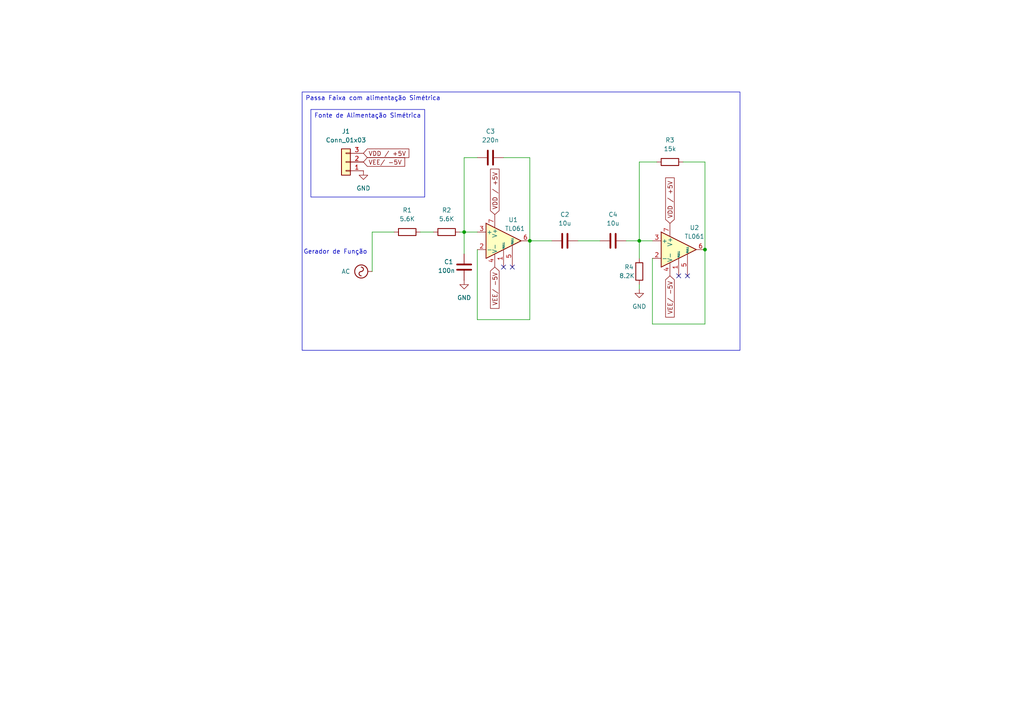
<source format=kicad_sch>
(kicad_sch (version 20231120) (generator "eeschema") (generator_version "8.0")
  (paper "A4")
  (lib_symbols
    (symbol "Amplifier_Operational:TL061" (pin_names (offset 0.127))
      (property "Reference" "U" (at 0 6.35 0))
      (property "Value" "TL061" (at 0 3.81 0))
      (symbol "TL061_0_1"
        (polyline (pts (xy -5.08 5.08) (xy 5.08 0) (xy -5.08 -5.08) (xy -5.08 5.08)) (stroke (width 0.254)) (fill (type background)))
      )
      (symbol "TL061_1_1"
        (pin input line (at 0 -7.62 90) (length 5.08) (name "NULL") (number "1"))
        (pin input line (at -7.62 -2.54 0) (length 2.54) (name "-") (number "2"))
        (pin input line (at -7.62 2.54 0) (length 2.54) (name "+") (number "3"))
        (pin power_in line (at -2.54 -7.62 90) (length 3.81) (name "V-") (number "4"))
        (pin input line (at 2.54 -7.62 90) (length 6.35) (name "NULL") (number "5"))
        (pin output line (at 7.62 0 180) (length 2.54) (name "~") (number "6"))
        (pin power_in line (at -2.54 7.62 270) (length 3.81) (name "V+") (number "7"))
        (pin no_connect line (at 0 2.54 270) (length 2.54) hide (name "NC") (number "8"))
      )
    )
    (symbol "Connector_Generic:Conn_01x03" (pin_names (offset 1.016) hide)
      (property "Reference" "J" (at 0 5.08 0))
      (property "Value" "Conn_01x03" (at 0 -5.08 0))
      (symbol "Conn_01x03_1_1"
        (rectangle (start -1.27 -2.413) (end 0 -2.667) (stroke (width 0.1524)))
        (rectangle (start -1.27 0.127) (end 0 -0.127) (stroke (width 0.1524)))
        (rectangle (start -1.27 2.667) (end 0 2.413) (stroke (width 0.1524)))
        (rectangle (start -1.27 3.81) (end 1.27 -3.81) (stroke (width 0.254)) (fill (type background)))
        (pin passive line (at -5.08 2.54 0) (length 3.81) (name "Pin_1") (number "1"))
        (pin passive line (at -5.08 0 0) (length 3.81) (name "Pin_2") (number "2"))
        (pin passive line (at -5.08 -2.54 0) (length 3.81) (name "Pin_3") (number "3"))
      )
    )
    (symbol "Device:C" (pin_numbers hide) (pin_names (offset 0.254))
      (property "Reference" "C" (at 0.635 2.54 0))
      (property "Value" "C" (at 0.635 -2.54 0))
      (symbol "C_0_1"
        (polyline (pts (xy -2.032 -0.762) (xy 2.032 -0.762)) (stroke (width 0.508)))
        (polyline (pts (xy -2.032 0.762) (xy 2.032 0.762)) (stroke (width 0.508)))
      )
      (symbol "C_1_1"
        (pin passive line (at 0 3.81 270) (length 2.794) (name "~") (number "1"))
        (pin passive line (at 0 -3.81 90) (length 2.794) (name "~") (number "2"))
      )
    )
    (symbol "Device:R" (pin_numbers hide) (pin_names (offset 0))
      (property "Reference" "R" (at 2.032 0 90))
      (property "Value" "R" (at 0 0 90))
      (symbol "R_0_1"
        (rectangle (start -1.016 -2.54) (end 1.016 2.54) (stroke (width 0.254)))
      )
      (symbol "R_1_1"
        (pin passive line (at 0 3.81 270) (length 1.27) (name "~") (number "1"))
        (pin passive line (at 0 -3.81 90) (length 1.27) (name "~") (number "2"))
      )
    )
    (symbol "power:AC" (power) (pin_numbers hide) (pin_names (offset 0) hide)
      (property "Value" "AC" (at 0 6.35 0))
      (symbol "AC_0_1"
        (polyline (pts (xy 0 0) (xy 0 1.27)))
        (arc (start 0 3.175) (mid -0.635 3.8073) (end -1.27 3.175) (stroke (width 0.254)))
        (arc (start 0 3.175) (mid 0.635 2.5427) (end 1.27 3.175) (stroke (width 0.254)))
        (circle (center 0 3.175) (radius 1.905) (stroke (width 0.254)))
      )
      (symbol "AC_1_1"
        (pin power_in line (at 0 0 90) (length 0) (name "~") (number "1"))
      )
    )
    (symbol "power:GND" (power) (pin_numbers hide) (pin_names (offset 0) hide)
      (property "Value" "GND" (at 0 -3.81 0))
      (symbol "GND_0_1"
        (polyline (pts (xy 0 0) (xy 0 -1.27) (xy 1.27 -1.27) (xy 0 -2.54) (xy -1.27 -1.27) (xy 0 -1.27)))
      )
      (symbol "GND_1_1"
        (pin power_in line (at 0 0 270) (length 0) (name "~") (number "1"))
      )
    )
  )
  (junction (at 185.42 69.85))
  (junction (at 134.62 67.31))
  (junction (at 153.67 69.85))
  (junction (at 204.47 72.39))
  (no_connect (at 148.59 77.47))
  (no_connect (at 196.85 80.01))
  (no_connect (at 146.05 77.47))
  (no_connect (at 199.39 80.01))
  (wire (pts (xy 185.42 82.55) (xy 185.42 83.82)))
  (wire (pts (xy 138.43 72.39) (xy 138.43 92.71)))
  (wire (pts (xy 121.92 67.31) (xy 125.73 67.31)))
  (wire (pts (xy 189.23 93.98) (xy 189.23 74.93)))
  (wire (pts (xy 133.35 67.31) (xy 134.62 67.31)))
  (wire (pts (xy 185.42 69.85) (xy 189.23 69.85)))
  (wire (pts (xy 153.67 69.85) (xy 160.02 69.85)))
  (wire (pts (xy 204.47 72.39) (xy 204.47 93.98)))
  (wire (pts (xy 107.95 78.74) (xy 107.95 67.31)))
  (wire (pts (xy 134.62 67.31) (xy 138.43 67.31)))
  (wire (pts (xy 204.47 46.99) (xy 204.47 72.39)))
  (wire (pts (xy 204.47 93.98) (xy 189.23 93.98)))
  (wire (pts (xy 185.42 74.93) (xy 185.42 69.85)))
  (wire (pts (xy 185.42 46.99) (xy 185.42 69.85)))
  (wire (pts (xy 198.12 46.99) (xy 204.47 46.99)))
  (wire (pts (xy 138.43 45.72) (xy 134.62 45.72)))
  (wire (pts (xy 107.95 67.31) (xy 114.3 67.31)))
  (wire (pts (xy 134.62 45.72) (xy 134.62 67.31)))
  (wire (pts (xy 153.67 92.71) (xy 153.67 69.85)))
  (wire (pts (xy 134.62 67.31) (xy 134.62 73.66)))
  (wire (pts (xy 185.42 69.85) (xy 181.61 69.85)))
  (wire (pts (xy 138.43 92.71) (xy 153.67 92.71)))
  (wire (pts (xy 153.67 45.72) (xy 146.05 45.72)))
  (wire (pts (xy 167.64 69.85) (xy 173.99 69.85)))
  (wire (pts (xy 185.42 46.99) (xy 190.5 46.99)))
  (wire (pts (xy 153.67 69.85) (xy 153.67 45.72)))
  (text_box "Fonte de Alimentação Simétrica" (at 90.17 31.75 0) (size 33.02 25.4) (effects (font (size 1.27 1.27)) (justify left top)))
  (text_box "Passa Faixa com alimentação Simétrica\n" (at 87.63 26.67 0) (size 127 74.93) (effects (font (size 1.27 1.27)) (justify left top)))
  (text "Gerador de Função\n" (at 97.282 73.152 0) (effects (font (size 1.27 1.27))))
  (global_label "VEE{slash} -5V" (shape input) (at 105.41 46.99 0) (property "Intersheetrefs" "${INTERSHEET_REFS}" (effects (hide yes))))
  (global_label "VDD {slash} +5V" (shape input) (at 143.51 62.23 90) (property "Intersheetrefs" "${INTERSHEET_REFS}" (effects (hide yes))))
  (global_label "VDD {slash} +5V" (shape input) (at 194.31 64.77 90) (property "Intersheetrefs" "${INTERSHEET_REFS}" (effects (hide yes))))
  (global_label "VEE{slash} -5V" (shape input) (at 143.51 77.47 270) (property "Intersheetrefs" "${INTERSHEET_REFS}" (effects (hide yes))))
  (global_label "VDD {slash} +5V" (shape input) (at 105.41 44.45 0) (property "Intersheetrefs" "${INTERSHEET_REFS}" (effects (hide yes))))
  (global_label "VEE{slash} -5V" (shape input) (at 194.31 80.01 270) (property "Intersheetrefs" "${INTERSHEET_REFS}" (effects (hide yes))))
  (symbol (lib_id "Device:C") (at 163.83 69.85 90) (unit 1)
    (property "Reference" "C2" (at 163.83 62.23 90))
    (property "Value" "10u" (at 163.83 64.77 90))
    (property "Description" "Unpolarized capacitor" (effects (hide yes)))
  )
  (symbol (lib_id "Connector_Generic:Conn_01x03") (at 100.33 46.99 180) (unit 1)
    (property "Reference" "J1" (at 100.33 38.1 0))
    (property "Value" "Conn_01x03" (at 100.33 40.64 0))
    (property "Description" "Generic connector, single row, 01x03, script generated (kicad-library-utils/schlib/autogen/connector/)" (effects (hide yes)))
  )
  (symbol (lib_id "power:GND") (at 185.42 83.82 0) (unit 1)
    (property "Reference" "#PWR04" (effects (hide yes)))
    (property "Value" "GND" (at 185.42 88.9 0))
    (property "Description" "Power symbol creates a global label with name \"GND\" , ground" (effects (hide yes)))
  )
  (symbol (lib_id "Device:R") (at 129.54 67.31 90) (unit 1)
    (property "Reference" "R2" (at 129.54 60.96 90))
    (property "Value" "5.6K" (at 129.54 63.5 90))
    (property "Description" "Resistor" (effects (hide yes)))
  )
  (symbol (lib_id "power:GND") (at 134.62 81.28 0) (unit 1)
    (property "Reference" "#PWR03" (effects (hide yes)))
    (property "Value" "GND" (at 134.62 86.36 0))
    (property "Description" "Power symbol creates a global label with name \"GND\" , ground" (effects (hide yes)))
  )
  (symbol (lib_id "power:AC") (at 107.95 78.74 90) (unit 1)
    (property "Reference" "#PWR02" (effects (hide yes)))
    (property "Value" "AC" (at 101.6 78.7399 90) (effects (justify left)))
    (property "Description" "Power symbol creates a global label with name \"AC\"" (effects (hide yes)))
  )
  (symbol (lib_id "Device:C") (at 177.8 69.85 90) (unit 1)
    (property "Reference" "C4" (at 177.8 62.23 90))
    (property "Value" "10u" (at 177.8 64.77 90))
    (property "Description" "Unpolarized capacitor" (effects (hide yes)))
  )
  (symbol (lib_id "Device:R") (at 118.11 67.31 90) (unit 1)
    (property "Reference" "R1" (at 118.11 60.96 90))
    (property "Value" "5.6K" (at 118.11 63.5 90))
    (property "Description" "Resistor" (effects (hide yes)))
  )
  (symbol (lib_id "Device:C") (at 134.62 77.47 0) (unit 1)
    (property "Reference" "C1" (at 128.778 75.946 0) (effects (justify left)))
    (property "Value" "100n" (at 127 78.486 0) (effects (justify left)))
    (property "Description" "Unpolarized capacitor" (effects (hide yes)))
  )
  (symbol (lib_id "Amplifier_Operational:TL061") (at 196.85 72.39 0) (unit 1)
    (property "Reference" "U2" (at 201.422 66.04 0))
    (property "Value" "TL061" (at 201.422 68.58 0))
    (property "Datasheet" "http://www.ti.com/lit/ds/symlink/tl061.pdf" (effects (hide yes)))
    (property "Description" "Single Low-Power JFET-Input Operational Amplifiers, DIP-8/SOIC-8" (effects (hide yes)))
  )
  (symbol (lib_id "Device:C") (at 142.24 45.72 270) (unit 1)
    (property "Reference" "C3" (at 142.24 38.1 90))
    (property "Value" "220n" (at 142.24 40.64 90))
    (property "Description" "Unpolarized capacitor" (effects (hide yes)))
  )
  (symbol (lib_id "Device:R") (at 194.31 46.99 90) (unit 1)
    (property "Reference" "R3" (at 194.31 40.64 90))
    (property "Value" "15k" (at 194.31 43.18 90))
    (property "Description" "Resistor" (effects (hide yes)))
  )
  (symbol (lib_id "Amplifier_Operational:TL061") (at 146.05 69.85 0) (unit 1)
    (property "Reference" "U1" (at 148.844 63.754 0))
    (property "Value" "TL061" (at 149.352 66.294 0))
    (property "Datasheet" "http://www.ti.com/lit/ds/symlink/tl061.pdf" (effects (hide yes)))
    (property "Description" "Single Low-Power JFET-Input Operational Amplifiers, DIP-8/SOIC-8" (effects (hide yes)))
  )
  (symbol (lib_id "power:GND") (at 105.41 49.53 0) (unit 1)
    (property "Reference" "#PWR01" (effects (hide yes)))
    (property "Value" "GND" (at 105.41 54.61 0))
    (property "Description" "Power symbol creates a global label with name \"GND\" , ground" (effects (hide yes)))
  )
  (symbol (lib_id "Device:R") (at 185.42 78.74 0) (unit 1)
    (property "Reference" "R4" (at 181.102 77.47 0) (effects (justify left)))
    (property "Value" "8.2K" (at 179.578 80.01 0) (effects (justify left)))
    (property "Description" "Resistor" (effects (hide yes)))
  )
)
</source>
